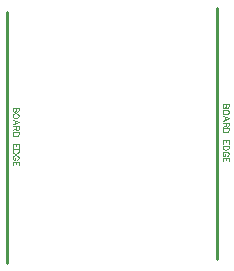
<source format=gbr>
G04 DipTrace 3.1.0.1*
G04 TopAssy.gbr*
%MOIN*%
G04 #@! TF.FileFunction,Drawing,Top*
G04 #@! TF.Part,Single*
%ADD10C,0.009843*%
%ADD41C,0.003088*%
%FSLAX26Y26*%
G04*
G70*
G90*
G75*
G01*
G04 TopAssy*
%LPD*%
X553839Y1300398D2*
D10*
Y462602D1*
X1253829Y1312898D2*
Y475102D1*
X592138Y980910D2*
D41*
X572042D1*
Y972288D1*
X573014Y969414D1*
X573965Y968464D1*
X575866Y967513D1*
X578740D1*
X580664Y968464D1*
X581614Y969414D1*
X582565Y972288D1*
X583538Y969414D1*
X584488Y968464D1*
X586390Y967513D1*
X588313D1*
X590214Y968464D1*
X591187Y969414D1*
X592138Y972288D1*
Y980910D1*
X582565D2*
Y972288D1*
X592138Y955589D2*
X591187Y957513D1*
X589264Y959414D1*
X587362Y960387D1*
X584488Y961337D1*
X579691D1*
X576839Y960387D1*
X574916Y959414D1*
X573014Y957513D1*
X572042Y955589D1*
Y951765D1*
X573014Y949863D1*
X574916Y947940D1*
X576839Y946989D1*
X579691Y946039D1*
X584488D1*
X587362Y946989D1*
X589264Y947940D1*
X591187Y949863D1*
X592138Y951765D1*
Y955589D1*
X572042Y924542D2*
X592138Y932214D1*
X572042Y939863D1*
X578740Y936989D2*
Y927416D1*
X582565Y918367D2*
Y909767D1*
X583538Y906893D1*
X584488Y905920D1*
X586390Y904969D1*
X588313D1*
X590214Y905920D1*
X591187Y906893D1*
X592138Y909767D1*
Y918367D1*
X572042D1*
X582565Y911668D2*
X572042Y904969D1*
X592138Y898794D2*
X572042D1*
Y892095D1*
X573015Y889221D1*
X574916Y887298D1*
X576839Y886347D1*
X579691Y885396D1*
X584488D1*
X587362Y886347D1*
X589264Y887298D1*
X591187Y889221D1*
X592138Y892095D1*
Y898794D1*
Y847356D2*
Y859780D1*
X572042D1*
Y847356D1*
X582565Y859780D2*
Y852131D1*
X592138Y841180D2*
X572042D1*
Y834481D1*
X573015Y831607D1*
X574916Y829684D1*
X576839Y828733D1*
X579691Y827783D1*
X584488D1*
X587362Y828733D1*
X589264Y829684D1*
X591187Y831607D1*
X592138Y834481D1*
Y841180D1*
X587362Y807259D2*
X589264Y808210D1*
X591187Y810133D1*
X592138Y812034D1*
Y815859D1*
X591187Y817782D1*
X589264Y819683D1*
X587362Y820656D1*
X584488Y821607D1*
X579691D1*
X576839Y820656D1*
X574916Y819683D1*
X573015Y817782D1*
X572042Y815859D1*
Y812034D1*
X573015Y810133D1*
X574916Y808210D1*
X576839Y807259D1*
X579691D1*
Y812034D1*
X592138Y788659D2*
Y801083D1*
X572042D1*
Y788659D1*
X582565Y801083D2*
Y793434D1*
X1292127Y993410D2*
X1272031D1*
Y984788D1*
X1273004Y981914D1*
X1273955Y980964D1*
X1275856Y980013D1*
X1278730D1*
X1280653Y980964D1*
X1281604Y981914D1*
X1282555Y984788D1*
X1283527Y981914D1*
X1284478Y980964D1*
X1286379Y980013D1*
X1288303D1*
X1290204Y980964D1*
X1291177Y981914D1*
X1292127Y984788D1*
Y993410D1*
X1282555D2*
Y984788D1*
X1292127Y968089D2*
X1291177Y970013D1*
X1289253Y971914D1*
X1287352Y972887D1*
X1284478Y973837D1*
X1279681D1*
X1276829Y972887D1*
X1274905Y971914D1*
X1273004Y970013D1*
X1272031Y968089D1*
Y964265D1*
X1273004Y962363D1*
X1274905Y960440D1*
X1276829Y959489D1*
X1279681Y958539D1*
X1284478D1*
X1287352Y959489D1*
X1289253Y960440D1*
X1291177Y962363D1*
X1292127Y964265D1*
Y968089D1*
X1272031Y937042D2*
X1292127Y944714D1*
X1272031Y952363D1*
X1278730Y949489D2*
Y939916D1*
X1282555Y930867D2*
Y922267D1*
X1283527Y919393D1*
X1284478Y918420D1*
X1286379Y917469D1*
X1288303D1*
X1290204Y918420D1*
X1291177Y919393D1*
X1292127Y922267D1*
Y930867D1*
X1272031D1*
X1282555Y924168D2*
X1272031Y917469D1*
X1292127Y911294D2*
X1272031D1*
Y904595D1*
X1273004Y901721D1*
X1274905Y899798D1*
X1276829Y898847D1*
X1279681Y897896D1*
X1284478D1*
X1287352Y898847D1*
X1289253Y899798D1*
X1291177Y901721D1*
X1292127Y904595D1*
Y911294D1*
Y859856D2*
Y872280D1*
X1272031D1*
Y859856D1*
X1282555Y872280D2*
Y864631D1*
X1292127Y853680D2*
X1272031D1*
Y846981D1*
X1273004Y844107D1*
X1274905Y842184D1*
X1276829Y841233D1*
X1279681Y840283D1*
X1284478D1*
X1287352Y841233D1*
X1289253Y842184D1*
X1291177Y844107D1*
X1292127Y846981D1*
Y853680D1*
X1287352Y819759D2*
X1289253Y820710D1*
X1291177Y822633D1*
X1292127Y824534D1*
Y828359D1*
X1291177Y830282D1*
X1289253Y832183D1*
X1287352Y833156D1*
X1284478Y834107D1*
X1279681D1*
X1276829Y833156D1*
X1274905Y832183D1*
X1273004Y830282D1*
X1272031Y828359D1*
Y824534D1*
X1273004Y822633D1*
X1274905Y820710D1*
X1276829Y819759D1*
X1279681D1*
Y824534D1*
X1292127Y801159D2*
Y813583D1*
X1272031D1*
Y801159D1*
X1282555Y813583D2*
Y805934D1*
M02*

</source>
